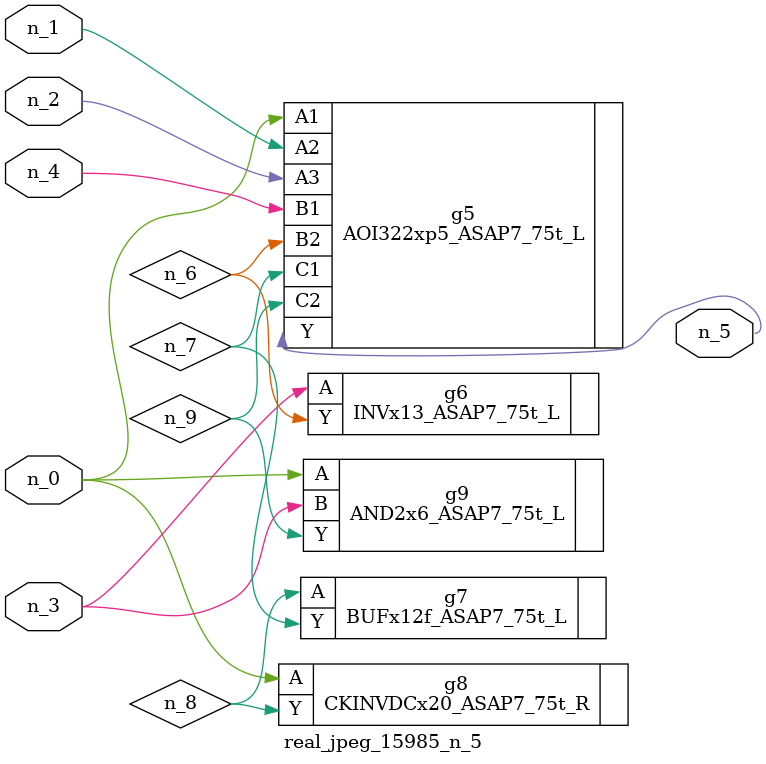
<source format=v>
module real_jpeg_15985_n_5 (n_4, n_0, n_1, n_2, n_3, n_5);

input n_4;
input n_0;
input n_1;
input n_2;
input n_3;

output n_5;

wire n_8;
wire n_6;
wire n_7;
wire n_9;

AOI322xp5_ASAP7_75t_L g5 ( 
.A1(n_0),
.A2(n_1),
.A3(n_2),
.B1(n_4),
.B2(n_6),
.C1(n_7),
.C2(n_9),
.Y(n_5)
);

CKINVDCx20_ASAP7_75t_R g8 ( 
.A(n_0),
.Y(n_8)
);

AND2x6_ASAP7_75t_L g9 ( 
.A(n_0),
.B(n_3),
.Y(n_9)
);

INVx13_ASAP7_75t_L g6 ( 
.A(n_3),
.Y(n_6)
);

BUFx12f_ASAP7_75t_L g7 ( 
.A(n_8),
.Y(n_7)
);


endmodule
</source>
